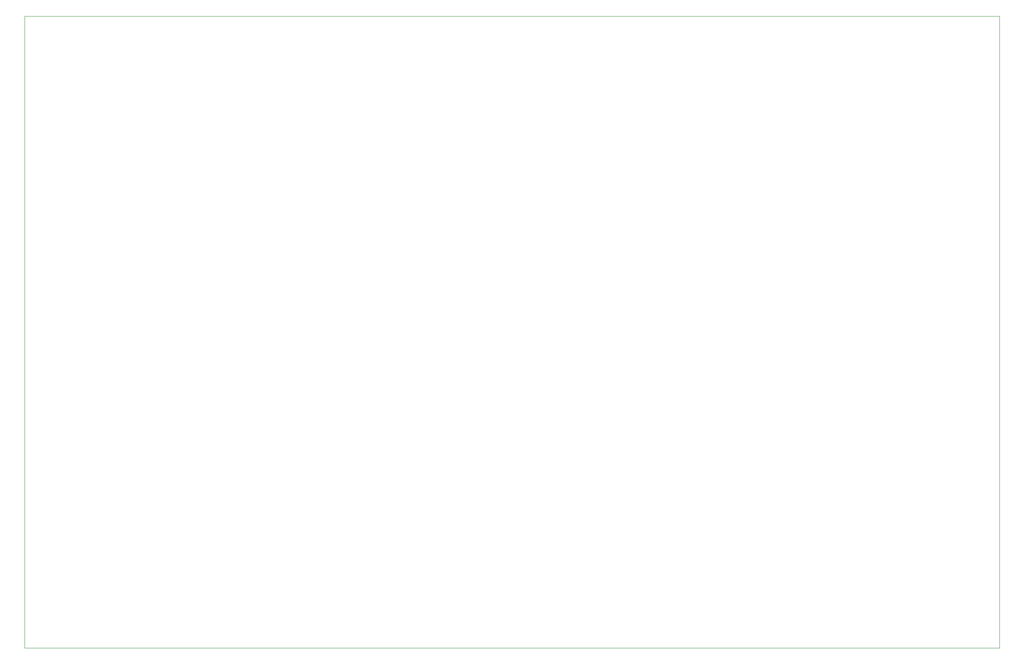
<source format=gm1>
G04 #@! TF.GenerationSoftware,KiCad,Pcbnew,8.0.8*
G04 #@! TF.CreationDate,2025-03-22T18:56:51+00:00*
G04 #@! TF.ProjectId,HDD Backplane,48444420-4261-4636-9b70-6c616e652e6b,rev?*
G04 #@! TF.SameCoordinates,Original*
G04 #@! TF.FileFunction,Profile,NP*
%FSLAX46Y46*%
G04 Gerber Fmt 4.6, Leading zero omitted, Abs format (unit mm)*
G04 Created by KiCad (PCBNEW 8.0.8) date 2025-03-22 18:56:51*
%MOMM*%
%LPD*%
G01*
G04 APERTURE LIST*
G04 #@! TA.AperFunction,Profile*
%ADD10C,0.050000*%
G04 #@! TD*
G04 APERTURE END LIST*
D10*
X22550000Y-25100000D02*
X227550000Y-25100000D01*
X227550000Y-158100000D01*
X22550000Y-158100000D01*
X22550000Y-25100000D01*
M02*

</source>
